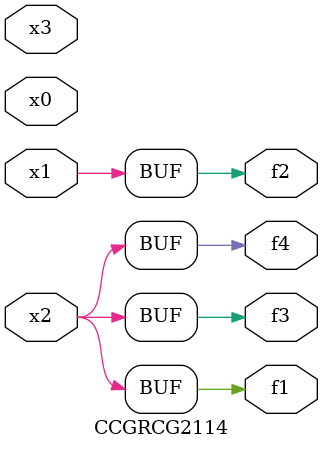
<source format=v>
module CCGRCG2114(
	input x0, x1, x2, x3,
	output f1, f2, f3, f4
);
	assign f1 = x2;
	assign f2 = x1;
	assign f3 = x2;
	assign f4 = x2;
endmodule

</source>
